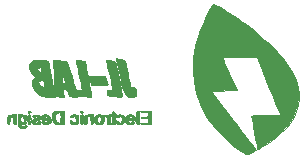
<source format=gbr>
%TF.GenerationSoftware,KiCad,Pcbnew,(5.1.9)-1*%
%TF.CreationDate,2021-07-20T15:51:09-07:00*%
%TF.ProjectId,Wie to serial,57696520-746f-4207-9365-7269616c2e6b,rev?*%
%TF.SameCoordinates,Original*%
%TF.FileFunction,Legend,Bot*%
%TF.FilePolarity,Positive*%
%FSLAX46Y46*%
G04 Gerber Fmt 4.6, Leading zero omitted, Abs format (unit mm)*
G04 Created by KiCad (PCBNEW (5.1.9)-1) date 2021-07-20 15:51:09*
%MOMM*%
%LPD*%
G01*
G04 APERTURE LIST*
%ADD10C,0.010000*%
G04 APERTURE END LIST*
D10*
%TO.C,G\u002A\u002A\u002A*%
G36*
X156387699Y-81336937D02*
G01*
X156285551Y-81514748D01*
X156154744Y-81768552D01*
X156004897Y-82077534D01*
X155845629Y-82420880D01*
X155686560Y-82777776D01*
X155537309Y-83127408D01*
X155407495Y-83448962D01*
X155306739Y-83721622D01*
X155292267Y-83764397D01*
X154997199Y-84824564D01*
X154824525Y-85858535D01*
X154774063Y-86864496D01*
X154845632Y-87840628D01*
X155039050Y-88785116D01*
X155354136Y-89696143D01*
X155790708Y-90571893D01*
X156008423Y-90925943D01*
X156321395Y-91363297D01*
X156706904Y-91833777D01*
X157131873Y-92299976D01*
X157563223Y-92724488D01*
X157735063Y-92878516D01*
X158077777Y-93164747D01*
X158414290Y-93425615D01*
X158727082Y-93649201D01*
X158998633Y-93823584D01*
X159211420Y-93936846D01*
X159347923Y-93977067D01*
X159349838Y-93977043D01*
X159479413Y-93946808D01*
X159666628Y-93872842D01*
X159781875Y-93817076D01*
X159950359Y-93718566D01*
X160059838Y-93633819D01*
X160083500Y-93597135D01*
X160045740Y-93535886D01*
X159937443Y-93384326D01*
X159766083Y-93152357D01*
X159539134Y-92849884D01*
X159264071Y-92486809D01*
X158948369Y-92073037D01*
X158599500Y-91618471D01*
X158224941Y-91133016D01*
X158179451Y-91074227D01*
X156275402Y-88614250D01*
X158550954Y-88550750D01*
X158041625Y-87503000D01*
X157866499Y-87141330D01*
X157699611Y-86794102D01*
X157553473Y-86487538D01*
X157440597Y-86247860D01*
X157382642Y-86121875D01*
X157232989Y-85788500D01*
X158705870Y-85788942D01*
X160178750Y-85789384D01*
X161163000Y-88175421D01*
X161377063Y-88694521D01*
X161576117Y-89177545D01*
X161754926Y-89611763D01*
X161908254Y-89984444D01*
X162030864Y-90282860D01*
X162117522Y-90494280D01*
X162162990Y-90605975D01*
X162168417Y-90619729D01*
X162114869Y-90639018D01*
X161949057Y-90655189D01*
X161685691Y-90667541D01*
X161339485Y-90675376D01*
X160941763Y-90678000D01*
X160514140Y-90678713D01*
X160197618Y-90681824D01*
X159976300Y-90688784D01*
X159834290Y-90701048D01*
X159755694Y-90720070D01*
X159724614Y-90747303D01*
X159725155Y-90784200D01*
X159726524Y-90789125D01*
X159747197Y-90883154D01*
X159786167Y-91081743D01*
X159839573Y-91364398D01*
X159903557Y-91710628D01*
X159974260Y-92099940D01*
X159992605Y-92202000D01*
X160063301Y-92591979D01*
X160127353Y-92937478D01*
X160181163Y-93219718D01*
X160221133Y-93419917D01*
X160243662Y-93519296D01*
X160246426Y-93526582D01*
X160308452Y-93508283D01*
X160451914Y-93432602D01*
X160653560Y-93314051D01*
X160890135Y-93167143D01*
X161138385Y-93006390D01*
X161375058Y-92846305D01*
X161576899Y-92701402D01*
X161615253Y-92672284D01*
X162182374Y-92205821D01*
X162643185Y-91755723D01*
X163013117Y-91302183D01*
X163307599Y-90825391D01*
X163542062Y-90305540D01*
X163613910Y-90106500D01*
X163698170Y-89740350D01*
X163737126Y-89300573D01*
X163731336Y-88831970D01*
X163681360Y-88379343D01*
X163587757Y-87987494D01*
X163587430Y-87986512D01*
X163304008Y-87287161D01*
X162928830Y-86594830D01*
X162566708Y-86061592D01*
X162321819Y-85762910D01*
X161997582Y-85406459D01*
X161614935Y-85012390D01*
X161194816Y-84600857D01*
X160758163Y-84192011D01*
X160325914Y-83806006D01*
X159919006Y-83462994D01*
X159635814Y-83240615D01*
X159243621Y-82952124D01*
X158830554Y-82660531D01*
X158410557Y-82374527D01*
X157997574Y-82102803D01*
X157605550Y-81854051D01*
X157248429Y-81636962D01*
X156940155Y-81460227D01*
X156694673Y-81332537D01*
X156525927Y-81262584D01*
X156451568Y-81255933D01*
X156387699Y-81336937D01*
G37*
X156387699Y-81336937D02*
X156285551Y-81514748D01*
X156154744Y-81768552D01*
X156004897Y-82077534D01*
X155845629Y-82420880D01*
X155686560Y-82777776D01*
X155537309Y-83127408D01*
X155407495Y-83448962D01*
X155306739Y-83721622D01*
X155292267Y-83764397D01*
X154997199Y-84824564D01*
X154824525Y-85858535D01*
X154774063Y-86864496D01*
X154845632Y-87840628D01*
X155039050Y-88785116D01*
X155354136Y-89696143D01*
X155790708Y-90571893D01*
X156008423Y-90925943D01*
X156321395Y-91363297D01*
X156706904Y-91833777D01*
X157131873Y-92299976D01*
X157563223Y-92724488D01*
X157735063Y-92878516D01*
X158077777Y-93164747D01*
X158414290Y-93425615D01*
X158727082Y-93649201D01*
X158998633Y-93823584D01*
X159211420Y-93936846D01*
X159347923Y-93977067D01*
X159349838Y-93977043D01*
X159479413Y-93946808D01*
X159666628Y-93872842D01*
X159781875Y-93817076D01*
X159950359Y-93718566D01*
X160059838Y-93633819D01*
X160083500Y-93597135D01*
X160045740Y-93535886D01*
X159937443Y-93384326D01*
X159766083Y-93152357D01*
X159539134Y-92849884D01*
X159264071Y-92486809D01*
X158948369Y-92073037D01*
X158599500Y-91618471D01*
X158224941Y-91133016D01*
X158179451Y-91074227D01*
X156275402Y-88614250D01*
X158550954Y-88550750D01*
X158041625Y-87503000D01*
X157866499Y-87141330D01*
X157699611Y-86794102D01*
X157553473Y-86487538D01*
X157440597Y-86247860D01*
X157382642Y-86121875D01*
X157232989Y-85788500D01*
X158705870Y-85788942D01*
X160178750Y-85789384D01*
X161163000Y-88175421D01*
X161377063Y-88694521D01*
X161576117Y-89177545D01*
X161754926Y-89611763D01*
X161908254Y-89984444D01*
X162030864Y-90282860D01*
X162117522Y-90494280D01*
X162162990Y-90605975D01*
X162168417Y-90619729D01*
X162114869Y-90639018D01*
X161949057Y-90655189D01*
X161685691Y-90667541D01*
X161339485Y-90675376D01*
X160941763Y-90678000D01*
X160514140Y-90678713D01*
X160197618Y-90681824D01*
X159976300Y-90688784D01*
X159834290Y-90701048D01*
X159755694Y-90720070D01*
X159724614Y-90747303D01*
X159725155Y-90784200D01*
X159726524Y-90789125D01*
X159747197Y-90883154D01*
X159786167Y-91081743D01*
X159839573Y-91364398D01*
X159903557Y-91710628D01*
X159974260Y-92099940D01*
X159992605Y-92202000D01*
X160063301Y-92591979D01*
X160127353Y-92937478D01*
X160181163Y-93219718D01*
X160221133Y-93419917D01*
X160243662Y-93519296D01*
X160246426Y-93526582D01*
X160308452Y-93508283D01*
X160451914Y-93432602D01*
X160653560Y-93314051D01*
X160890135Y-93167143D01*
X161138385Y-93006390D01*
X161375058Y-92846305D01*
X161576899Y-92701402D01*
X161615253Y-92672284D01*
X162182374Y-92205821D01*
X162643185Y-91755723D01*
X163013117Y-91302183D01*
X163307599Y-90825391D01*
X163542062Y-90305540D01*
X163613910Y-90106500D01*
X163698170Y-89740350D01*
X163737126Y-89300573D01*
X163731336Y-88831970D01*
X163681360Y-88379343D01*
X163587757Y-87987494D01*
X163587430Y-87986512D01*
X163304008Y-87287161D01*
X162928830Y-86594830D01*
X162566708Y-86061592D01*
X162321819Y-85762910D01*
X161997582Y-85406459D01*
X161614935Y-85012390D01*
X161194816Y-84600857D01*
X160758163Y-84192011D01*
X160325914Y-83806006D01*
X159919006Y-83462994D01*
X159635814Y-83240615D01*
X159243621Y-82952124D01*
X158830554Y-82660531D01*
X158410557Y-82374527D01*
X157997574Y-82102803D01*
X157605550Y-81854051D01*
X157248429Y-81636962D01*
X156940155Y-81460227D01*
X156694673Y-81332537D01*
X156525927Y-81262584D01*
X156451568Y-81255933D01*
X156387699Y-81336937D01*
G36*
X139954000Y-91109800D02*
G01*
X139962660Y-91404578D01*
X139997197Y-91594855D01*
X140070454Y-91702460D01*
X140195269Y-91749221D01*
X140335000Y-91757500D01*
X140509000Y-91737493D01*
X140631458Y-91688595D01*
X140639800Y-91681300D01*
X140706655Y-91587946D01*
X140716000Y-91554300D01*
X140667185Y-91509225D01*
X140557729Y-91510865D01*
X140443121Y-91554520D01*
X140410747Y-91580153D01*
X140329775Y-91618831D01*
X140232393Y-91555033D01*
X140225690Y-91548403D01*
X140163955Y-91476512D01*
X140189030Y-91446392D01*
X140319990Y-91440024D01*
X140340443Y-91440000D01*
X140547689Y-91411761D01*
X140665575Y-91313390D01*
X140712741Y-91124400D01*
X140716000Y-91027250D01*
X140710385Y-90971585D01*
X140514315Y-90971585D01*
X140505085Y-91093805D01*
X140459766Y-91190174D01*
X140373495Y-91298593D01*
X140279305Y-91286578D01*
X140220700Y-91236800D01*
X140151280Y-91089072D01*
X140167811Y-90916663D01*
X140246622Y-90799297D01*
X140336831Y-90750911D01*
X140413157Y-90804123D01*
X140437122Y-90835408D01*
X140514315Y-90971585D01*
X140710385Y-90971585D01*
X140694104Y-90810214D01*
X140613015Y-90683139D01*
X140449633Y-90625170D01*
X140258800Y-90614500D01*
X139954000Y-90614500D01*
X139954000Y-91109800D01*
G37*
X139954000Y-91109800D02*
X139962660Y-91404578D01*
X139997197Y-91594855D01*
X140070454Y-91702460D01*
X140195269Y-91749221D01*
X140335000Y-91757500D01*
X140509000Y-91737493D01*
X140631458Y-91688595D01*
X140639800Y-91681300D01*
X140706655Y-91587946D01*
X140716000Y-91554300D01*
X140667185Y-91509225D01*
X140557729Y-91510865D01*
X140443121Y-91554520D01*
X140410747Y-91580153D01*
X140329775Y-91618831D01*
X140232393Y-91555033D01*
X140225690Y-91548403D01*
X140163955Y-91476512D01*
X140189030Y-91446392D01*
X140319990Y-91440024D01*
X140340443Y-91440000D01*
X140547689Y-91411761D01*
X140665575Y-91313390D01*
X140712741Y-91124400D01*
X140716000Y-91027250D01*
X140710385Y-90971585D01*
X140514315Y-90971585D01*
X140505085Y-91093805D01*
X140459766Y-91190174D01*
X140373495Y-91298593D01*
X140279305Y-91286578D01*
X140220700Y-91236800D01*
X140151280Y-91089072D01*
X140167811Y-90916663D01*
X140246622Y-90799297D01*
X140336831Y-90750911D01*
X140413157Y-90804123D01*
X140437122Y-90835408D01*
X140514315Y-90971585D01*
X140710385Y-90971585D01*
X140694104Y-90810214D01*
X140613015Y-90683139D01*
X140449633Y-90625170D01*
X140258800Y-90614500D01*
X139954000Y-90614500D01*
X139954000Y-91109800D01*
G36*
X150540780Y-90304879D02*
G01*
X150373520Y-90326207D01*
X150304946Y-90357522D01*
X150304500Y-90360500D01*
X150361914Y-90395274D01*
X150510019Y-90418339D01*
X150653750Y-90424000D01*
X150853411Y-90427198D01*
X150957333Y-90448162D01*
X150996776Y-90503941D01*
X151003000Y-90611586D01*
X151003000Y-90614500D01*
X150996064Y-90727271D01*
X150953414Y-90783506D01*
X150842290Y-90802860D01*
X150685500Y-90805000D01*
X150504385Y-90816422D01*
X150389427Y-90845626D01*
X150368000Y-90868500D01*
X150425111Y-90904723D01*
X150571132Y-90927714D01*
X150685500Y-90932000D01*
X150873453Y-90936161D01*
X150967178Y-90961752D01*
X150999435Y-91028426D01*
X151003000Y-91122500D01*
X150997136Y-91231405D01*
X150958703Y-91288090D01*
X150856441Y-91309604D01*
X150659091Y-91312999D01*
X150653750Y-91313000D01*
X150462489Y-91323438D01*
X150335633Y-91350366D01*
X150304500Y-91376500D01*
X150363595Y-91408496D01*
X150523559Y-91430797D01*
X150758417Y-91439940D01*
X150780750Y-91440000D01*
X151257000Y-91440000D01*
X151257000Y-90297000D01*
X150780750Y-90297000D01*
X150540780Y-90304879D01*
G37*
X150540780Y-90304879D02*
X150373520Y-90326207D01*
X150304946Y-90357522D01*
X150304500Y-90360500D01*
X150361914Y-90395274D01*
X150510019Y-90418339D01*
X150653750Y-90424000D01*
X150853411Y-90427198D01*
X150957333Y-90448162D01*
X150996776Y-90503941D01*
X151003000Y-90611586D01*
X151003000Y-90614500D01*
X150996064Y-90727271D01*
X150953414Y-90783506D01*
X150842290Y-90802860D01*
X150685500Y-90805000D01*
X150504385Y-90816422D01*
X150389427Y-90845626D01*
X150368000Y-90868500D01*
X150425111Y-90904723D01*
X150571132Y-90927714D01*
X150685500Y-90932000D01*
X150873453Y-90936161D01*
X150967178Y-90961752D01*
X150999435Y-91028426D01*
X151003000Y-91122500D01*
X150997136Y-91231405D01*
X150958703Y-91288090D01*
X150856441Y-91309604D01*
X150659091Y-91312999D01*
X150653750Y-91313000D01*
X150462489Y-91323438D01*
X150335633Y-91350366D01*
X150304500Y-91376500D01*
X150363595Y-91408496D01*
X150523559Y-91430797D01*
X150758417Y-91439940D01*
X150780750Y-91440000D01*
X151257000Y-91440000D01*
X151257000Y-90297000D01*
X150780750Y-90297000D01*
X150540780Y-90304879D01*
G36*
X150053661Y-90306549D02*
G01*
X150016168Y-90351311D01*
X149996148Y-90455459D01*
X149988230Y-90643164D01*
X149987000Y-90868500D01*
X149989123Y-91140026D01*
X149999070Y-91308748D01*
X150022214Y-91398837D01*
X150063926Y-91434465D01*
X150114000Y-91440000D01*
X150174340Y-91430450D01*
X150211833Y-91385688D01*
X150231853Y-91281540D01*
X150239771Y-91093835D01*
X150241000Y-90868500D01*
X150238878Y-90596973D01*
X150228931Y-90428251D01*
X150205787Y-90338162D01*
X150164075Y-90302534D01*
X150114000Y-90297000D01*
X150053661Y-90306549D01*
G37*
X150053661Y-90306549D02*
X150016168Y-90351311D01*
X149996148Y-90455459D01*
X149988230Y-90643164D01*
X149987000Y-90868500D01*
X149989123Y-91140026D01*
X149999070Y-91308748D01*
X150022214Y-91398837D01*
X150063926Y-91434465D01*
X150114000Y-91440000D01*
X150174340Y-91430450D01*
X150211833Y-91385688D01*
X150231853Y-91281540D01*
X150239771Y-91093835D01*
X150241000Y-90868500D01*
X150238878Y-90596973D01*
X150228931Y-90428251D01*
X150205787Y-90338162D01*
X150164075Y-90302534D01*
X150114000Y-90297000D01*
X150053661Y-90306549D01*
G36*
X147972679Y-90413439D02*
G01*
X147955000Y-90487500D01*
X147940934Y-90557698D01*
X147879771Y-90597345D01*
X147743066Y-90616131D01*
X147558125Y-90622694D01*
X147286199Y-90625012D01*
X147013992Y-90622167D01*
X146871517Y-90617735D01*
X146626466Y-90637737D01*
X146477883Y-90732878D01*
X146411969Y-90915286D01*
X146405600Y-91027250D01*
X146443971Y-91255628D01*
X146565254Y-91389874D01*
X146778706Y-91439314D01*
X146815240Y-91440000D01*
X147056503Y-91400585D01*
X147200240Y-91280407D01*
X147240178Y-91114315D01*
X146990900Y-91114315D01*
X146926300Y-91236800D01*
X146818116Y-91307293D01*
X146731196Y-91259956D01*
X146687235Y-91190174D01*
X146628173Y-91042281D01*
X146652820Y-90922974D01*
X146709879Y-90835408D01*
X146791444Y-90754461D01*
X146872884Y-90777767D01*
X146900379Y-90799297D01*
X146986975Y-90941457D01*
X146990900Y-91114315D01*
X147240178Y-91114315D01*
X147249256Y-91076562D01*
X147245555Y-90994843D01*
X147243288Y-90834767D01*
X147283466Y-90771032D01*
X147319235Y-90766948D01*
X147428852Y-90806203D01*
X147488577Y-90921028D01*
X147509166Y-91134215D01*
X147509528Y-91170125D01*
X147510500Y-91440000D01*
X148145500Y-91440000D01*
X148150514Y-91074875D01*
X148154241Y-90984916D01*
X147955000Y-90984916D01*
X147944856Y-91152722D01*
X147919757Y-91260138D01*
X147912667Y-91270666D01*
X147830147Y-91311868D01*
X147781220Y-91234433D01*
X147764518Y-91036114D01*
X147764500Y-91027250D01*
X147776966Y-90838908D01*
X147819351Y-90753118D01*
X147859750Y-90741500D01*
X147927290Y-90785302D01*
X147953901Y-90928933D01*
X147955000Y-90984916D01*
X148154241Y-90984916D01*
X148157983Y-90894620D01*
X148172359Y-90793472D01*
X148187555Y-90789125D01*
X148272646Y-90858021D01*
X148404368Y-90855880D01*
X148511109Y-90794991D01*
X148599249Y-90755921D01*
X148682559Y-90802766D01*
X148767449Y-90945231D01*
X148764279Y-91117661D01*
X148678379Y-91255202D01*
X148585416Y-91304973D01*
X148509100Y-91247663D01*
X148496754Y-91231228D01*
X148385926Y-91141632D01*
X148313125Y-91122500D01*
X148226308Y-91138257D01*
X148221931Y-91205233D01*
X148274735Y-91317174D01*
X148367023Y-91405622D01*
X148537722Y-91438805D01*
X148595188Y-91440000D01*
X148774821Y-91424160D01*
X148884618Y-91357351D01*
X148958079Y-91249901D01*
X149040293Y-91132240D01*
X149141317Y-91076314D01*
X149308903Y-91059924D01*
X149367875Y-91059401D01*
X149574030Y-91073076D01*
X149660244Y-91117395D01*
X149630724Y-91196234D01*
X149574250Y-91249500D01*
X149470691Y-91295931D01*
X149387246Y-91252400D01*
X149253004Y-91199208D01*
X149153117Y-91197000D01*
X149055136Y-91219810D01*
X149064530Y-91268002D01*
X149122408Y-91328875D01*
X149288167Y-91420291D01*
X149496208Y-91442757D01*
X149694423Y-91398500D01*
X149824650Y-91298870D01*
X149915795Y-91076769D01*
X149886838Y-90895923D01*
X149650529Y-90895923D01*
X149625172Y-90925942D01*
X149493000Y-90931989D01*
X149479000Y-90932000D01*
X149338495Y-90926945D01*
X149306144Y-90899257D01*
X149363160Y-90830147D01*
X149370143Y-90823142D01*
X149460320Y-90749572D01*
X149532500Y-90771232D01*
X149587858Y-90823142D01*
X149650529Y-90895923D01*
X149886838Y-90895923D01*
X149879990Y-90853155D01*
X149822296Y-90752268D01*
X149682173Y-90648165D01*
X149491057Y-90614659D01*
X149297980Y-90648996D01*
X149151973Y-90748422D01*
X149124206Y-90791479D01*
X149052192Y-90936708D01*
X148943668Y-90771080D01*
X148848627Y-90662018D01*
X148723705Y-90618430D01*
X148569698Y-90615865D01*
X148343901Y-90621785D01*
X148216738Y-90611549D01*
X148160069Y-90576643D01*
X148145759Y-90508553D01*
X148145500Y-90487500D01*
X148105796Y-90384071D01*
X148050250Y-90360500D01*
X147972679Y-90413439D01*
G37*
X147972679Y-90413439D02*
X147955000Y-90487500D01*
X147940934Y-90557698D01*
X147879771Y-90597345D01*
X147743066Y-90616131D01*
X147558125Y-90622694D01*
X147286199Y-90625012D01*
X147013992Y-90622167D01*
X146871517Y-90617735D01*
X146626466Y-90637737D01*
X146477883Y-90732878D01*
X146411969Y-90915286D01*
X146405600Y-91027250D01*
X146443971Y-91255628D01*
X146565254Y-91389874D01*
X146778706Y-91439314D01*
X146815240Y-91440000D01*
X147056503Y-91400585D01*
X147200240Y-91280407D01*
X147240178Y-91114315D01*
X146990900Y-91114315D01*
X146926300Y-91236800D01*
X146818116Y-91307293D01*
X146731196Y-91259956D01*
X146687235Y-91190174D01*
X146628173Y-91042281D01*
X146652820Y-90922974D01*
X146709879Y-90835408D01*
X146791444Y-90754461D01*
X146872884Y-90777767D01*
X146900379Y-90799297D01*
X146986975Y-90941457D01*
X146990900Y-91114315D01*
X147240178Y-91114315D01*
X147249256Y-91076562D01*
X147245555Y-90994843D01*
X147243288Y-90834767D01*
X147283466Y-90771032D01*
X147319235Y-90766948D01*
X147428852Y-90806203D01*
X147488577Y-90921028D01*
X147509166Y-91134215D01*
X147509528Y-91170125D01*
X147510500Y-91440000D01*
X148145500Y-91440000D01*
X148150514Y-91074875D01*
X148154241Y-90984916D01*
X147955000Y-90984916D01*
X147944856Y-91152722D01*
X147919757Y-91260138D01*
X147912667Y-91270666D01*
X147830147Y-91311868D01*
X147781220Y-91234433D01*
X147764518Y-91036114D01*
X147764500Y-91027250D01*
X147776966Y-90838908D01*
X147819351Y-90753118D01*
X147859750Y-90741500D01*
X147927290Y-90785302D01*
X147953901Y-90928933D01*
X147955000Y-90984916D01*
X148154241Y-90984916D01*
X148157983Y-90894620D01*
X148172359Y-90793472D01*
X148187555Y-90789125D01*
X148272646Y-90858021D01*
X148404368Y-90855880D01*
X148511109Y-90794991D01*
X148599249Y-90755921D01*
X148682559Y-90802766D01*
X148767449Y-90945231D01*
X148764279Y-91117661D01*
X148678379Y-91255202D01*
X148585416Y-91304973D01*
X148509100Y-91247663D01*
X148496754Y-91231228D01*
X148385926Y-91141632D01*
X148313125Y-91122500D01*
X148226308Y-91138257D01*
X148221931Y-91205233D01*
X148274735Y-91317174D01*
X148367023Y-91405622D01*
X148537722Y-91438805D01*
X148595188Y-91440000D01*
X148774821Y-91424160D01*
X148884618Y-91357351D01*
X148958079Y-91249901D01*
X149040293Y-91132240D01*
X149141317Y-91076314D01*
X149308903Y-91059924D01*
X149367875Y-91059401D01*
X149574030Y-91073076D01*
X149660244Y-91117395D01*
X149630724Y-91196234D01*
X149574250Y-91249500D01*
X149470691Y-91295931D01*
X149387246Y-91252400D01*
X149253004Y-91199208D01*
X149153117Y-91197000D01*
X149055136Y-91219810D01*
X149064530Y-91268002D01*
X149122408Y-91328875D01*
X149288167Y-91420291D01*
X149496208Y-91442757D01*
X149694423Y-91398500D01*
X149824650Y-91298870D01*
X149915795Y-91076769D01*
X149886838Y-90895923D01*
X149650529Y-90895923D01*
X149625172Y-90925942D01*
X149493000Y-90931989D01*
X149479000Y-90932000D01*
X149338495Y-90926945D01*
X149306144Y-90899257D01*
X149363160Y-90830147D01*
X149370143Y-90823142D01*
X149460320Y-90749572D01*
X149532500Y-90771232D01*
X149587858Y-90823142D01*
X149650529Y-90895923D01*
X149886838Y-90895923D01*
X149879990Y-90853155D01*
X149822296Y-90752268D01*
X149682173Y-90648165D01*
X149491057Y-90614659D01*
X149297980Y-90648996D01*
X149151973Y-90748422D01*
X149124206Y-90791479D01*
X149052192Y-90936708D01*
X148943668Y-90771080D01*
X148848627Y-90662018D01*
X148723705Y-90618430D01*
X148569698Y-90615865D01*
X148343901Y-90621785D01*
X148216738Y-90611549D01*
X148160069Y-90576643D01*
X148145759Y-90508553D01*
X148145500Y-90487500D01*
X148105796Y-90384071D01*
X148050250Y-90360500D01*
X147972679Y-90413439D01*
G36*
X145803003Y-90629522D02*
G01*
X145655787Y-90667563D01*
X145618200Y-90690700D01*
X145574863Y-90794171D01*
X145547261Y-90975632D01*
X145542000Y-91103450D01*
X145547940Y-91300777D01*
X145573441Y-91401895D01*
X145630027Y-91437339D01*
X145669000Y-91440000D01*
X145745529Y-91423075D01*
X145783479Y-91351408D01*
X145795536Y-91193660D01*
X145796000Y-91126247D01*
X145809713Y-90935420D01*
X145844622Y-90800679D01*
X145869134Y-90767296D01*
X145959865Y-90770396D01*
X146041743Y-90870799D01*
X146098062Y-91039050D01*
X146113500Y-91198136D01*
X146130865Y-91370144D01*
X146187706Y-91437424D01*
X146208750Y-91440000D01*
X146262178Y-91412444D01*
X146291873Y-91313983D01*
X146303303Y-91120923D01*
X146304000Y-91027250D01*
X146304000Y-90614500D01*
X145999200Y-90614500D01*
X145803003Y-90629522D01*
G37*
X145803003Y-90629522D02*
X145655787Y-90667563D01*
X145618200Y-90690700D01*
X145574863Y-90794171D01*
X145547261Y-90975632D01*
X145542000Y-91103450D01*
X145547940Y-91300777D01*
X145573441Y-91401895D01*
X145630027Y-91437339D01*
X145669000Y-91440000D01*
X145745529Y-91423075D01*
X145783479Y-91351408D01*
X145795536Y-91193660D01*
X145796000Y-91126247D01*
X145809713Y-90935420D01*
X145844622Y-90800679D01*
X145869134Y-90767296D01*
X145959865Y-90770396D01*
X146041743Y-90870799D01*
X146098062Y-91039050D01*
X146113500Y-91198136D01*
X146130865Y-91370144D01*
X146187706Y-91437424D01*
X146208750Y-91440000D01*
X146262178Y-91412444D01*
X146291873Y-91313983D01*
X146303303Y-91120923D01*
X146304000Y-91027250D01*
X146304000Y-90614500D01*
X145999200Y-90614500D01*
X145803003Y-90629522D01*
G36*
X145282770Y-90627364D02*
G01*
X145244451Y-90684665D01*
X145227909Y-90814465D01*
X145224500Y-91027250D01*
X145228459Y-91250623D01*
X145246090Y-91375159D01*
X145286028Y-91428921D01*
X145351500Y-91440000D01*
X145420231Y-91427135D01*
X145458550Y-91369834D01*
X145475092Y-91240034D01*
X145478500Y-91027250D01*
X145474542Y-90803876D01*
X145456911Y-90679340D01*
X145416973Y-90625578D01*
X145351500Y-90614500D01*
X145282770Y-90627364D01*
G37*
X145282770Y-90627364D02*
X145244451Y-90684665D01*
X145227909Y-90814465D01*
X145224500Y-91027250D01*
X145228459Y-91250623D01*
X145246090Y-91375159D01*
X145286028Y-91428921D01*
X145351500Y-91440000D01*
X145420231Y-91427135D01*
X145458550Y-91369834D01*
X145475092Y-91240034D01*
X145478500Y-91027250D01*
X145474542Y-90803876D01*
X145456911Y-90679340D01*
X145416973Y-90625578D01*
X145351500Y-90614500D01*
X145282770Y-90627364D01*
G36*
X144533799Y-90645134D02*
G01*
X144393796Y-90715167D01*
X144335544Y-90814754D01*
X144335500Y-90817700D01*
X144384206Y-90863039D01*
X144493952Y-90860821D01*
X144610186Y-90816090D01*
X144644575Y-90789125D01*
X144721681Y-90749068D01*
X144801044Y-90813307D01*
X144816025Y-90833011D01*
X144897798Y-90989072D01*
X144873476Y-91128509D01*
X144811750Y-91221488D01*
X144734372Y-91305445D01*
X144676278Y-91288622D01*
X144630125Y-91233625D01*
X144522802Y-91147942D01*
X144411478Y-91125782D01*
X144341688Y-91171560D01*
X144335500Y-91205050D01*
X144392074Y-91341190D01*
X144550504Y-91421974D01*
X144716500Y-91440000D01*
X144890500Y-91419993D01*
X145012958Y-91371095D01*
X145021300Y-91363800D01*
X145074225Y-91242907D01*
X145094985Y-91056421D01*
X145083580Y-90861607D01*
X145040011Y-90715732D01*
X145021300Y-90690700D01*
X144889852Y-90625067D01*
X144713251Y-90612490D01*
X144533799Y-90645134D01*
G37*
X144533799Y-90645134D02*
X144393796Y-90715167D01*
X144335544Y-90814754D01*
X144335500Y-90817700D01*
X144384206Y-90863039D01*
X144493952Y-90860821D01*
X144610186Y-90816090D01*
X144644575Y-90789125D01*
X144721681Y-90749068D01*
X144801044Y-90813307D01*
X144816025Y-90833011D01*
X144897798Y-90989072D01*
X144873476Y-91128509D01*
X144811750Y-91221488D01*
X144734372Y-91305445D01*
X144676278Y-91288622D01*
X144630125Y-91233625D01*
X144522802Y-91147942D01*
X144411478Y-91125782D01*
X144341688Y-91171560D01*
X144335500Y-91205050D01*
X144392074Y-91341190D01*
X144550504Y-91421974D01*
X144716500Y-91440000D01*
X144890500Y-91419993D01*
X145012958Y-91371095D01*
X145021300Y-91363800D01*
X145074225Y-91242907D01*
X145094985Y-91056421D01*
X145083580Y-90861607D01*
X145040011Y-90715732D01*
X145021300Y-90690700D01*
X144889852Y-90625067D01*
X144713251Y-90612490D01*
X144533799Y-90645134D01*
G36*
X143462375Y-90297972D02*
G01*
X143250987Y-90306170D01*
X143088750Y-90326297D01*
X143027382Y-90345597D01*
X142894214Y-90503624D01*
X142825671Y-90729004D01*
X142825775Y-90977484D01*
X142898549Y-91204808D01*
X142943109Y-91272686D01*
X143034551Y-91368698D01*
X143143005Y-91419125D01*
X143311054Y-91437991D01*
X143451109Y-91440000D01*
X143827500Y-91440000D01*
X143827500Y-90868500D01*
X143573500Y-90868500D01*
X143570074Y-91102098D01*
X143554623Y-91235923D01*
X143519387Y-91297131D01*
X143456610Y-91312876D01*
X143446500Y-91313000D01*
X143308265Y-91269902D01*
X143192500Y-91186000D01*
X143091807Y-91012624D01*
X143078212Y-90813342D01*
X143139579Y-90624557D01*
X143263776Y-90482673D01*
X143438666Y-90424095D01*
X143446500Y-90424000D01*
X143513243Y-90435992D01*
X143551479Y-90490072D01*
X143568967Y-90613395D01*
X143573465Y-90833117D01*
X143573500Y-90868500D01*
X143827500Y-90868500D01*
X143827500Y-90297000D01*
X143462375Y-90297972D01*
G37*
X143462375Y-90297972D02*
X143250987Y-90306170D01*
X143088750Y-90326297D01*
X143027382Y-90345597D01*
X142894214Y-90503624D01*
X142825671Y-90729004D01*
X142825775Y-90977484D01*
X142898549Y-91204808D01*
X142943109Y-91272686D01*
X143034551Y-91368698D01*
X143143005Y-91419125D01*
X143311054Y-91437991D01*
X143451109Y-91440000D01*
X143827500Y-91440000D01*
X143827500Y-90868500D01*
X143573500Y-90868500D01*
X143570074Y-91102098D01*
X143554623Y-91235923D01*
X143519387Y-91297131D01*
X143456610Y-91312876D01*
X143446500Y-91313000D01*
X143308265Y-91269902D01*
X143192500Y-91186000D01*
X143091807Y-91012624D01*
X143078212Y-90813342D01*
X143139579Y-90624557D01*
X143263776Y-90482673D01*
X143438666Y-90424095D01*
X143446500Y-90424000D01*
X143513243Y-90435992D01*
X143551479Y-90490072D01*
X143568967Y-90613395D01*
X143573465Y-90833117D01*
X143573500Y-90868500D01*
X143827500Y-90868500D01*
X143827500Y-90297000D01*
X143462375Y-90297972D01*
G36*
X142099926Y-90637703D02*
G01*
X141998701Y-90690700D01*
X141937183Y-90812338D01*
X141922500Y-90912950D01*
X141936489Y-91003367D01*
X142000864Y-91046200D01*
X142149234Y-91058628D01*
X142208250Y-91059000D01*
X142407299Y-91073756D01*
X142486194Y-91120531D01*
X142448595Y-91203082D01*
X142396059Y-91251733D01*
X142294226Y-91299418D01*
X142224609Y-91259508D01*
X142123257Y-91203459D01*
X142006041Y-91187393D01*
X141929341Y-91215547D01*
X141922500Y-91236800D01*
X141977665Y-91340672D01*
X142116365Y-91410166D01*
X142298410Y-91439556D01*
X142483608Y-91423115D01*
X142631770Y-91355114D01*
X142648215Y-91340214D01*
X142729536Y-91181211D01*
X142741779Y-90977583D01*
X142719766Y-90902903D01*
X142479774Y-90902903D01*
X142441927Y-90929053D01*
X142348858Y-90932000D01*
X142223143Y-90913019D01*
X142176500Y-90872247D01*
X142221444Y-90783025D01*
X142324101Y-90772373D01*
X142418451Y-90829236D01*
X142479774Y-90902903D01*
X142719766Y-90902903D01*
X142686548Y-90790217D01*
X142631875Y-90719591D01*
X142482296Y-90645242D01*
X142285631Y-90617063D01*
X142099926Y-90637703D01*
G37*
X142099926Y-90637703D02*
X141998701Y-90690700D01*
X141937183Y-90812338D01*
X141922500Y-90912950D01*
X141936489Y-91003367D01*
X142000864Y-91046200D01*
X142149234Y-91058628D01*
X142208250Y-91059000D01*
X142407299Y-91073756D01*
X142486194Y-91120531D01*
X142448595Y-91203082D01*
X142396059Y-91251733D01*
X142294226Y-91299418D01*
X142224609Y-91259508D01*
X142123257Y-91203459D01*
X142006041Y-91187393D01*
X141929341Y-91215547D01*
X141922500Y-91236800D01*
X141977665Y-91340672D01*
X142116365Y-91410166D01*
X142298410Y-91439556D01*
X142483608Y-91423115D01*
X142631770Y-91355114D01*
X142648215Y-91340214D01*
X142729536Y-91181211D01*
X142741779Y-90977583D01*
X142719766Y-90902903D01*
X142479774Y-90902903D01*
X142441927Y-90929053D01*
X142348858Y-90932000D01*
X142223143Y-90913019D01*
X142176500Y-90872247D01*
X142221444Y-90783025D01*
X142324101Y-90772373D01*
X142418451Y-90829236D01*
X142479774Y-90902903D01*
X142719766Y-90902903D01*
X142686548Y-90790217D01*
X142631875Y-90719591D01*
X142482296Y-90645242D01*
X142285631Y-90617063D01*
X142099926Y-90637703D01*
G36*
X141312066Y-90655917D02*
G01*
X141209160Y-90691568D01*
X141172589Y-90757375D01*
X141203654Y-90839625D01*
X141299788Y-90872420D01*
X141405454Y-90846096D01*
X141446250Y-90805000D01*
X141518566Y-90747300D01*
X141583833Y-90756297D01*
X141591600Y-90813451D01*
X141520199Y-90879211D01*
X141376086Y-90947038D01*
X141348957Y-90956326D01*
X141173048Y-91053681D01*
X141103866Y-91185703D01*
X141150935Y-91332343D01*
X141163032Y-91347800D01*
X141266996Y-91400916D01*
X141439776Y-91433545D01*
X141627009Y-91441542D01*
X141774335Y-91420758D01*
X141816667Y-91397666D01*
X141856562Y-91301358D01*
X141859000Y-91270666D01*
X141810735Y-91202138D01*
X141700669Y-91191242D01*
X141580897Y-91239424D01*
X141554200Y-91262200D01*
X141466516Y-91305115D01*
X141403882Y-91264281D01*
X141372159Y-91196682D01*
X141451507Y-91151165D01*
X141673195Y-91073794D01*
X141796522Y-91006689D01*
X141846288Y-90929120D01*
X141847294Y-90820359D01*
X141847292Y-90820338D01*
X141825652Y-90716830D01*
X141768689Y-90665364D01*
X141641527Y-90647905D01*
X141510620Y-90646250D01*
X141312066Y-90655917D01*
G37*
X141312066Y-90655917D02*
X141209160Y-90691568D01*
X141172589Y-90757375D01*
X141203654Y-90839625D01*
X141299788Y-90872420D01*
X141405454Y-90846096D01*
X141446250Y-90805000D01*
X141518566Y-90747300D01*
X141583833Y-90756297D01*
X141591600Y-90813451D01*
X141520199Y-90879211D01*
X141376086Y-90947038D01*
X141348957Y-90956326D01*
X141173048Y-91053681D01*
X141103866Y-91185703D01*
X141150935Y-91332343D01*
X141163032Y-91347800D01*
X141266996Y-91400916D01*
X141439776Y-91433545D01*
X141627009Y-91441542D01*
X141774335Y-91420758D01*
X141816667Y-91397666D01*
X141856562Y-91301358D01*
X141859000Y-91270666D01*
X141810735Y-91202138D01*
X141700669Y-91191242D01*
X141580897Y-91239424D01*
X141554200Y-91262200D01*
X141466516Y-91305115D01*
X141403882Y-91264281D01*
X141372159Y-91196682D01*
X141451507Y-91151165D01*
X141673195Y-91073794D01*
X141796522Y-91006689D01*
X141846288Y-90929120D01*
X141847294Y-90820359D01*
X141847292Y-90820338D01*
X141825652Y-90716830D01*
X141768689Y-90665364D01*
X141641527Y-90647905D01*
X141510620Y-90646250D01*
X141312066Y-90655917D01*
G36*
X140837770Y-90627364D02*
G01*
X140799451Y-90684665D01*
X140782909Y-90814465D01*
X140779500Y-91027250D01*
X140783459Y-91250623D01*
X140801090Y-91375159D01*
X140841028Y-91428921D01*
X140906500Y-91440000D01*
X140975231Y-91427135D01*
X141013550Y-91369834D01*
X141030092Y-91240034D01*
X141033500Y-91027250D01*
X141029542Y-90803876D01*
X141011911Y-90679340D01*
X140971973Y-90625578D01*
X140906500Y-90614500D01*
X140837770Y-90627364D01*
G37*
X140837770Y-90627364D02*
X140799451Y-90684665D01*
X140782909Y-90814465D01*
X140779500Y-91027250D01*
X140783459Y-91250623D01*
X140801090Y-91375159D01*
X140841028Y-91428921D01*
X140906500Y-91440000D01*
X140975231Y-91427135D01*
X141013550Y-91369834D01*
X141030092Y-91240034D01*
X141033500Y-91027250D01*
X141029542Y-90803876D01*
X141011911Y-90679340D01*
X140971973Y-90625578D01*
X140906500Y-90614500D01*
X140837770Y-90627364D01*
G36*
X139096750Y-90646250D02*
G01*
X139077845Y-91043125D01*
X139072846Y-91265579D01*
X139088091Y-91387827D01*
X139128758Y-91435768D01*
X139157220Y-91440000D01*
X139222160Y-91404763D01*
X139251458Y-91282880D01*
X139255500Y-91162025D01*
X139278846Y-90949193D01*
X139340486Y-90815150D01*
X139427828Y-90777674D01*
X139498311Y-90819210D01*
X139544887Y-90925771D01*
X139570978Y-91101884D01*
X139573000Y-91166950D01*
X139582139Y-91340629D01*
X139619706Y-91420734D01*
X139700000Y-91440000D01*
X139768524Y-91427229D01*
X139806837Y-91370272D01*
X139823481Y-91241159D01*
X139827000Y-91024081D01*
X139827000Y-90608162D01*
X139096750Y-90646250D01*
G37*
X139096750Y-90646250D02*
X139077845Y-91043125D01*
X139072846Y-91265579D01*
X139088091Y-91387827D01*
X139128758Y-91435768D01*
X139157220Y-91440000D01*
X139222160Y-91404763D01*
X139251458Y-91282880D01*
X139255500Y-91162025D01*
X139278846Y-90949193D01*
X139340486Y-90815150D01*
X139427828Y-90777674D01*
X139498311Y-90819210D01*
X139544887Y-90925771D01*
X139570978Y-91101884D01*
X139573000Y-91166950D01*
X139582139Y-91340629D01*
X139619706Y-91420734D01*
X139700000Y-91440000D01*
X139768524Y-91427229D01*
X139806837Y-91370272D01*
X139823481Y-91241159D01*
X139827000Y-91024081D01*
X139827000Y-90608162D01*
X139096750Y-90646250D01*
G36*
X145248072Y-90336704D02*
G01*
X145224500Y-90392250D01*
X145277440Y-90469821D01*
X145351500Y-90487500D01*
X145454929Y-90447795D01*
X145478500Y-90392250D01*
X145425561Y-90314678D01*
X145351500Y-90297000D01*
X145248072Y-90336704D01*
G37*
X145248072Y-90336704D02*
X145224500Y-90392250D01*
X145277440Y-90469821D01*
X145351500Y-90487500D01*
X145454929Y-90447795D01*
X145478500Y-90392250D01*
X145425561Y-90314678D01*
X145351500Y-90297000D01*
X145248072Y-90336704D01*
G36*
X140803072Y-90336704D02*
G01*
X140779500Y-90392250D01*
X140832440Y-90469821D01*
X140906500Y-90487500D01*
X141009929Y-90447795D01*
X141033500Y-90392250D01*
X140980561Y-90314678D01*
X140906500Y-90297000D01*
X140803072Y-90336704D01*
G37*
X140803072Y-90336704D02*
X140779500Y-90392250D01*
X140832440Y-90469821D01*
X140906500Y-90487500D01*
X141009929Y-90447795D01*
X141033500Y-90392250D01*
X140980561Y-90314678D01*
X140906500Y-90297000D01*
X140803072Y-90336704D01*
G36*
X148276518Y-85932593D02*
G01*
X148285986Y-85984477D01*
X148343681Y-86253809D01*
X148415874Y-86583730D01*
X148496928Y-86949251D01*
X148581206Y-87325385D01*
X148663070Y-87687142D01*
X148736884Y-88009536D01*
X148797009Y-88267578D01*
X148837809Y-88436279D01*
X148847257Y-88472427D01*
X148958570Y-88734067D01*
X149123617Y-88952479D01*
X149315871Y-89100191D01*
X149501454Y-89149974D01*
X149695184Y-89128308D01*
X149844125Y-89088521D01*
X149947803Y-89011855D01*
X149985348Y-88869115D01*
X149987000Y-88809784D01*
X149959272Y-88549817D01*
X149882199Y-88374222D01*
X149764954Y-88299106D01*
X149698537Y-88303105D01*
X149571207Y-88305186D01*
X149514281Y-88270712D01*
X149488717Y-88187698D01*
X149445395Y-88002564D01*
X149389236Y-87738151D01*
X149325161Y-87417296D01*
X149283976Y-87201942D01*
X149217838Y-86854464D01*
X149157687Y-86546103D01*
X149108286Y-86300692D01*
X149074398Y-86142068D01*
X149063513Y-86098535D01*
X148975285Y-86016480D01*
X148783402Y-85962077D01*
X148760145Y-85958657D01*
X148561273Y-85924770D01*
X148400889Y-85886286D01*
X148371364Y-85876350D01*
X148288398Y-85862168D01*
X148276518Y-85932593D01*
G37*
X148276518Y-85932593D02*
X148285986Y-85984477D01*
X148343681Y-86253809D01*
X148415874Y-86583730D01*
X148496928Y-86949251D01*
X148581206Y-87325385D01*
X148663070Y-87687142D01*
X148736884Y-88009536D01*
X148797009Y-88267578D01*
X148837809Y-88436279D01*
X148847257Y-88472427D01*
X148958570Y-88734067D01*
X149123617Y-88952479D01*
X149315871Y-89100191D01*
X149501454Y-89149974D01*
X149695184Y-89128308D01*
X149844125Y-89088521D01*
X149947803Y-89011855D01*
X149985348Y-88869115D01*
X149987000Y-88809784D01*
X149959272Y-88549817D01*
X149882199Y-88374222D01*
X149764954Y-88299106D01*
X149698537Y-88303105D01*
X149571207Y-88305186D01*
X149514281Y-88270712D01*
X149488717Y-88187698D01*
X149445395Y-88002564D01*
X149389236Y-87738151D01*
X149325161Y-87417296D01*
X149283976Y-87201942D01*
X149217838Y-86854464D01*
X149157687Y-86546103D01*
X149108286Y-86300692D01*
X149074398Y-86142068D01*
X149063513Y-86098535D01*
X148975285Y-86016480D01*
X148783402Y-85962077D01*
X148760145Y-85958657D01*
X148561273Y-85924770D01*
X148400889Y-85886286D01*
X148371364Y-85876350D01*
X148288398Y-85862168D01*
X148276518Y-85932593D01*
G36*
X147458842Y-86009491D02*
G01*
X147462921Y-86077295D01*
X147491387Y-86247553D01*
X147540172Y-86498950D01*
X147605209Y-86810170D01*
X147655398Y-87039506D01*
X147734826Y-87399628D01*
X147807241Y-87734070D01*
X147866754Y-88015174D01*
X147907474Y-88215283D01*
X147919740Y-88280875D01*
X147940600Y-88435903D01*
X147911252Y-88502819D01*
X147803055Y-88518664D01*
X147735628Y-88519000D01*
X147583815Y-88530780D01*
X147521188Y-88582903D01*
X147510500Y-88672556D01*
X147496489Y-88831960D01*
X147475660Y-88916906D01*
X147482722Y-88964491D01*
X147559852Y-88999120D01*
X147726719Y-89026025D01*
X147967785Y-89047799D01*
X148231929Y-89071380D01*
X148461594Y-89098092D01*
X148615734Y-89123000D01*
X148637513Y-89128325D01*
X148735971Y-89142847D01*
X148762009Y-89085561D01*
X148749971Y-88986751D01*
X148667947Y-88503416D01*
X148583696Y-88023536D01*
X148500419Y-87563846D01*
X148421321Y-87141081D01*
X148349607Y-86771976D01*
X148288481Y-86473266D01*
X148241145Y-86261685D01*
X148210806Y-86153968D01*
X148205836Y-86144745D01*
X148121571Y-86106378D01*
X147962143Y-86064840D01*
X147772240Y-86028221D01*
X147596553Y-86004613D01*
X147479772Y-86002110D01*
X147458842Y-86009491D01*
G37*
X147458842Y-86009491D02*
X147462921Y-86077295D01*
X147491387Y-86247553D01*
X147540172Y-86498950D01*
X147605209Y-86810170D01*
X147655398Y-87039506D01*
X147734826Y-87399628D01*
X147807241Y-87734070D01*
X147866754Y-88015174D01*
X147907474Y-88215283D01*
X147919740Y-88280875D01*
X147940600Y-88435903D01*
X147911252Y-88502819D01*
X147803055Y-88518664D01*
X147735628Y-88519000D01*
X147583815Y-88530780D01*
X147521188Y-88582903D01*
X147510500Y-88672556D01*
X147496489Y-88831960D01*
X147475660Y-88916906D01*
X147482722Y-88964491D01*
X147559852Y-88999120D01*
X147726719Y-89026025D01*
X147967785Y-89047799D01*
X148231929Y-89071380D01*
X148461594Y-89098092D01*
X148615734Y-89123000D01*
X148637513Y-89128325D01*
X148735971Y-89142847D01*
X148762009Y-89085561D01*
X148749971Y-88986751D01*
X148667947Y-88503416D01*
X148583696Y-88023536D01*
X148500419Y-87563846D01*
X148421321Y-87141081D01*
X148349607Y-86771976D01*
X148288481Y-86473266D01*
X148241145Y-86261685D01*
X148210806Y-86153968D01*
X148205836Y-86144745D01*
X148121571Y-86106378D01*
X147962143Y-86064840D01*
X147772240Y-86028221D01*
X147596553Y-86004613D01*
X147479772Y-86002110D01*
X147458842Y-86009491D01*
G36*
X141422059Y-85991516D02*
G01*
X141258490Y-86037441D01*
X141113115Y-86134026D01*
X141101873Y-86143394D01*
X140964481Y-86289500D01*
X140911429Y-86453171D01*
X140906500Y-86559298D01*
X140963617Y-86895357D01*
X141138257Y-87191122D01*
X141247361Y-87305480D01*
X141409787Y-87457210D01*
X141285144Y-87615668D01*
X141184530Y-87834960D01*
X141160500Y-88041922D01*
X141220114Y-88355530D01*
X141390300Y-88630072D01*
X141658074Y-88855863D01*
X142010452Y-89023215D01*
X142434452Y-89122442D01*
X142634561Y-89141694D01*
X142904689Y-89150949D01*
X143063863Y-89139521D01*
X143126653Y-89106016D01*
X143129000Y-89094379D01*
X143177966Y-89044953D01*
X143240125Y-89048926D01*
X143374629Y-89079379D01*
X143562860Y-89115145D01*
X143598738Y-89121338D01*
X143846225Y-89163267D01*
X143809307Y-88805570D01*
X143790853Y-88603567D01*
X143796741Y-88498929D01*
X143838234Y-88462697D01*
X143926597Y-88465912D01*
X143940785Y-88467561D01*
X144061458Y-88506517D01*
X144132319Y-88611782D01*
X144165458Y-88726682D01*
X144227669Y-88896060D01*
X144309457Y-89008768D01*
X144326243Y-89019927D01*
X144460394Y-89064732D01*
X144639291Y-89096075D01*
X144821815Y-89110838D01*
X144966845Y-89105903D01*
X145033260Y-89078153D01*
X145034000Y-89073581D01*
X145091130Y-89048842D01*
X145239868Y-89041072D01*
X145446241Y-89048323D01*
X145676275Y-89068648D01*
X145895996Y-89100099D01*
X146038612Y-89131169D01*
X146135706Y-89146893D01*
X146166917Y-89099663D01*
X146151851Y-88959061D01*
X146151392Y-88956204D01*
X146117980Y-88755932D01*
X146070428Y-88480829D01*
X146012577Y-88152117D01*
X145948266Y-87791017D01*
X145881335Y-87418750D01*
X145815623Y-87056538D01*
X145754971Y-86725600D01*
X145703217Y-86447159D01*
X145664202Y-86242435D01*
X145641765Y-86132650D01*
X145638208Y-86119956D01*
X145569594Y-86098326D01*
X145419537Y-86069234D01*
X145230845Y-86039082D01*
X145046326Y-86014273D01*
X144908786Y-86001207D01*
X144861102Y-86003731D01*
X144866784Y-86069901D01*
X144896747Y-86238346D01*
X144946751Y-86487585D01*
X145012556Y-86796139D01*
X145058234Y-87002474D01*
X145137569Y-87361160D01*
X145209875Y-87697271D01*
X145269027Y-87981665D01*
X145308904Y-88185199D01*
X145319302Y-88245000D01*
X145361270Y-88510751D01*
X145118260Y-88530750D01*
X144875250Y-88550750D01*
X144672230Y-87876832D01*
X143941037Y-87876832D01*
X143929525Y-87930170D01*
X143889601Y-87946579D01*
X143827500Y-87947500D01*
X143738492Y-87921338D01*
X143703769Y-87820459D01*
X143700500Y-87734564D01*
X143695476Y-87554575D01*
X143682479Y-87309413D01*
X143669048Y-87115439D01*
X143637595Y-86709250D01*
X143794482Y-87280750D01*
X143874577Y-87573572D01*
X143923075Y-87765116D01*
X143941037Y-87876832D01*
X144672230Y-87876832D01*
X144514785Y-87354201D01*
X144403161Y-86986027D01*
X144303499Y-86661770D01*
X144221680Y-86400203D01*
X144163586Y-86220099D01*
X144135097Y-86140230D01*
X144133785Y-86138096D01*
X144063767Y-86120376D01*
X143903562Y-86095349D01*
X143687835Y-86067013D01*
X143451250Y-86039367D01*
X143228473Y-86016409D01*
X143054166Y-86002138D01*
X142962995Y-86000553D01*
X142957430Y-86002403D01*
X142954197Y-86069509D01*
X142958072Y-86243451D01*
X142968269Y-86504311D01*
X142984003Y-86832171D01*
X143004490Y-87207113D01*
X143005816Y-87230044D01*
X143026852Y-87620988D01*
X143043045Y-87979218D01*
X143053569Y-88281120D01*
X143057600Y-88503083D01*
X143054439Y-88620413D01*
X143034786Y-88653852D01*
X142999335Y-88572659D01*
X142950497Y-88387892D01*
X142900016Y-88153875D01*
X142217270Y-88153875D01*
X142212458Y-88245509D01*
X142120069Y-88253064D01*
X141936156Y-88176785D01*
X141927042Y-88172098D01*
X141751568Y-88039795D01*
X141697346Y-87899899D01*
X141763002Y-87770944D01*
X141947163Y-87671464D01*
X141964530Y-87666061D01*
X142062637Y-87656832D01*
X142116608Y-87726204D01*
X142143896Y-87833871D01*
X142182879Y-88014333D01*
X142217270Y-88153875D01*
X142900016Y-88153875D01*
X142890682Y-88110607D01*
X142822304Y-87751862D01*
X142747772Y-87322711D01*
X142695465Y-86998116D01*
X141980941Y-86998116D01*
X141948610Y-87048562D01*
X141842727Y-87017922D01*
X141728847Y-86961619D01*
X141580000Y-86861014D01*
X141556275Y-86774272D01*
X141657291Y-86695833D01*
X141709057Y-86674151D01*
X141837033Y-86632244D01*
X141903060Y-86652646D01*
X141941474Y-86760193D01*
X141961527Y-86856755D01*
X141980941Y-86998116D01*
X142695465Y-86998116D01*
X142680941Y-86907993D01*
X142633048Y-86613485D01*
X142589361Y-86367716D01*
X142554685Y-86196252D01*
X142533823Y-86124658D01*
X142533733Y-86124565D01*
X142431983Y-86079037D01*
X142241626Y-86035988D01*
X142000995Y-86001721D01*
X141748427Y-85982537D01*
X141657498Y-85980514D01*
X141422059Y-85991516D01*
G37*
X141422059Y-85991516D02*
X141258490Y-86037441D01*
X141113115Y-86134026D01*
X141101873Y-86143394D01*
X140964481Y-86289500D01*
X140911429Y-86453171D01*
X140906500Y-86559298D01*
X140963617Y-86895357D01*
X141138257Y-87191122D01*
X141247361Y-87305480D01*
X141409787Y-87457210D01*
X141285144Y-87615668D01*
X141184530Y-87834960D01*
X141160500Y-88041922D01*
X141220114Y-88355530D01*
X141390300Y-88630072D01*
X141658074Y-88855863D01*
X142010452Y-89023215D01*
X142434452Y-89122442D01*
X142634561Y-89141694D01*
X142904689Y-89150949D01*
X143063863Y-89139521D01*
X143126653Y-89106016D01*
X143129000Y-89094379D01*
X143177966Y-89044953D01*
X143240125Y-89048926D01*
X143374629Y-89079379D01*
X143562860Y-89115145D01*
X143598738Y-89121338D01*
X143846225Y-89163267D01*
X143809307Y-88805570D01*
X143790853Y-88603567D01*
X143796741Y-88498929D01*
X143838234Y-88462697D01*
X143926597Y-88465912D01*
X143940785Y-88467561D01*
X144061458Y-88506517D01*
X144132319Y-88611782D01*
X144165458Y-88726682D01*
X144227669Y-88896060D01*
X144309457Y-89008768D01*
X144326243Y-89019927D01*
X144460394Y-89064732D01*
X144639291Y-89096075D01*
X144821815Y-89110838D01*
X144966845Y-89105903D01*
X145033260Y-89078153D01*
X145034000Y-89073581D01*
X145091130Y-89048842D01*
X145239868Y-89041072D01*
X145446241Y-89048323D01*
X145676275Y-89068648D01*
X145895996Y-89100099D01*
X146038612Y-89131169D01*
X146135706Y-89146893D01*
X146166917Y-89099663D01*
X146151851Y-88959061D01*
X146151392Y-88956204D01*
X146117980Y-88755932D01*
X146070428Y-88480829D01*
X146012577Y-88152117D01*
X145948266Y-87791017D01*
X145881335Y-87418750D01*
X145815623Y-87056538D01*
X145754971Y-86725600D01*
X145703217Y-86447159D01*
X145664202Y-86242435D01*
X145641765Y-86132650D01*
X145638208Y-86119956D01*
X145569594Y-86098326D01*
X145419537Y-86069234D01*
X145230845Y-86039082D01*
X145046326Y-86014273D01*
X144908786Y-86001207D01*
X144861102Y-86003731D01*
X144866784Y-86069901D01*
X144896747Y-86238346D01*
X144946751Y-86487585D01*
X145012556Y-86796139D01*
X145058234Y-87002474D01*
X145137569Y-87361160D01*
X145209875Y-87697271D01*
X145269027Y-87981665D01*
X145308904Y-88185199D01*
X145319302Y-88245000D01*
X145361270Y-88510751D01*
X145118260Y-88530750D01*
X144875250Y-88550750D01*
X144672230Y-87876832D01*
X143941037Y-87876832D01*
X143929525Y-87930170D01*
X143889601Y-87946579D01*
X143827500Y-87947500D01*
X143738492Y-87921338D01*
X143703769Y-87820459D01*
X143700500Y-87734564D01*
X143695476Y-87554575D01*
X143682479Y-87309413D01*
X143669048Y-87115439D01*
X143637595Y-86709250D01*
X143794482Y-87280750D01*
X143874577Y-87573572D01*
X143923075Y-87765116D01*
X143941037Y-87876832D01*
X144672230Y-87876832D01*
X144514785Y-87354201D01*
X144403161Y-86986027D01*
X144303499Y-86661770D01*
X144221680Y-86400203D01*
X144163586Y-86220099D01*
X144135097Y-86140230D01*
X144133785Y-86138096D01*
X144063767Y-86120376D01*
X143903562Y-86095349D01*
X143687835Y-86067013D01*
X143451250Y-86039367D01*
X143228473Y-86016409D01*
X143054166Y-86002138D01*
X142962995Y-86000553D01*
X142957430Y-86002403D01*
X142954197Y-86069509D01*
X142958072Y-86243451D01*
X142968269Y-86504311D01*
X142984003Y-86832171D01*
X143004490Y-87207113D01*
X143005816Y-87230044D01*
X143026852Y-87620988D01*
X143043045Y-87979218D01*
X143053569Y-88281120D01*
X143057600Y-88503083D01*
X143054439Y-88620413D01*
X143034786Y-88653852D01*
X142999335Y-88572659D01*
X142950497Y-88387892D01*
X142900016Y-88153875D01*
X142217270Y-88153875D01*
X142212458Y-88245509D01*
X142120069Y-88253064D01*
X141936156Y-88176785D01*
X141927042Y-88172098D01*
X141751568Y-88039795D01*
X141697346Y-87899899D01*
X141763002Y-87770944D01*
X141947163Y-87671464D01*
X141964530Y-87666061D01*
X142062637Y-87656832D01*
X142116608Y-87726204D01*
X142143896Y-87833871D01*
X142182879Y-88014333D01*
X142217270Y-88153875D01*
X142900016Y-88153875D01*
X142890682Y-88110607D01*
X142822304Y-87751862D01*
X142747772Y-87322711D01*
X142695465Y-86998116D01*
X141980941Y-86998116D01*
X141948610Y-87048562D01*
X141842727Y-87017922D01*
X141728847Y-86961619D01*
X141580000Y-86861014D01*
X141556275Y-86774272D01*
X141657291Y-86695833D01*
X141709057Y-86674151D01*
X141837033Y-86632244D01*
X141903060Y-86652646D01*
X141941474Y-86760193D01*
X141961527Y-86856755D01*
X141980941Y-86998116D01*
X142695465Y-86998116D01*
X142680941Y-86907993D01*
X142633048Y-86613485D01*
X142589361Y-86367716D01*
X142554685Y-86196252D01*
X142533823Y-86124658D01*
X142533733Y-86124565D01*
X142431983Y-86079037D01*
X142241626Y-86035988D01*
X142000995Y-86001721D01*
X141748427Y-85982537D01*
X141657498Y-85980514D01*
X141422059Y-85991516D01*
G36*
X146137679Y-88138000D02*
G01*
X146860119Y-88138000D01*
X147171851Y-88136400D01*
X147376874Y-88129426D01*
X147495459Y-88113813D01*
X147547881Y-88086298D01*
X147554410Y-88043615D01*
X147550309Y-88026875D01*
X147514528Y-87896979D01*
X147464510Y-87708152D01*
X147448333Y-87645875D01*
X147378605Y-87376000D01*
X146011657Y-87376000D01*
X146137679Y-88138000D01*
G37*
X146137679Y-88138000D02*
X146860119Y-88138000D01*
X147171851Y-88136400D01*
X147376874Y-88129426D01*
X147495459Y-88113813D01*
X147547881Y-88086298D01*
X147554410Y-88043615D01*
X147550309Y-88026875D01*
X147514528Y-87896979D01*
X147464510Y-87708152D01*
X147448333Y-87645875D01*
X147378605Y-87376000D01*
X146011657Y-87376000D01*
X146137679Y-88138000D01*
%TD*%
M02*

</source>
